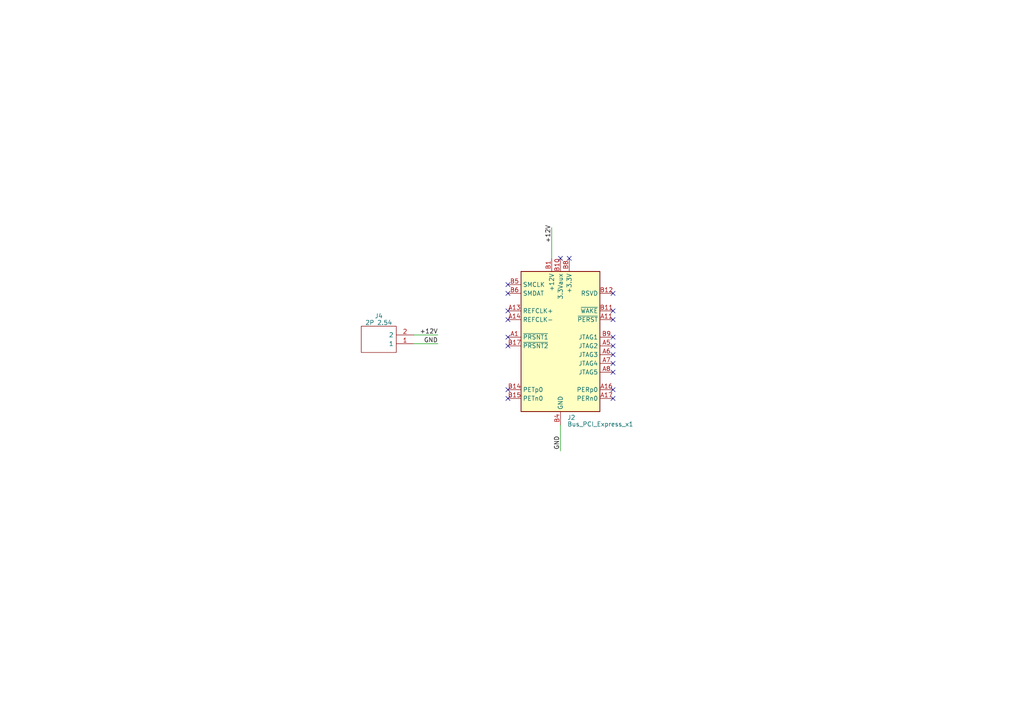
<source format=kicad_sch>
(kicad_sch (version 20230121) (generator eeschema)

  (uuid e0904bb7-cbd8-452a-833e-2efbcf63295e)

  (paper "A4")

  (title_block
    (title "PCIe.1x 12v Supply + VGA Mount")
    (date "2023-07-02")
    (rev "2")
    (company "Oro Operating System")
    (comment 1 "://oro.sh")
    (comment 2 "Joshua Lee Junon")
  )

  (lib_symbols
    (symbol "Connector:Bus_PCI_Express_x1" (in_bom yes) (on_board yes)
      (property "Reference" "J" (at -8.89 22.86 0)
        (effects (font (size 1.27 1.27)))
      )
      (property "Value" "Bus_PCI_Express_x1" (at 12.7 22.86 0)
        (effects (font (size 1.27 1.27)))
      )
      (property "Footprint" "Connector_PCBEdge:BUS_PCIexpress_x1" (at 0 -7.62 0)
        (effects (font (size 1.27 1.27)) hide)
      )
      (property "Datasheet" "http://www.ritrontek.com/uploadfile/2016/1026/20161026105231124.pdf#page=63" (at -6.35 -19.05 0)
        (effects (font (size 1.27 1.27)) hide)
      )
      (property "ki_keywords" "pcie" (at 0 0 0)
        (effects (font (size 1.27 1.27)) hide)
      )
      (property "ki_description" "PCI Express bus connector x1" (at 0 0 0)
        (effects (font (size 1.27 1.27)) hide)
      )
      (property "ki_fp_filters" "*PCIexpress*" (at 0 0 0)
        (effects (font (size 1.27 1.27)) hide)
      )
      (symbol "Bus_PCI_Express_x1_0_1"
        (rectangle (start -11.43 21.59) (end 11.43 -19.05)
          (stroke (width 0.254) (type default))
          (fill (type background))
        )
      )
      (symbol "Bus_PCI_Express_x1_1_1"
        (pin passive line (at -15.24 2.54 0) (length 3.81)
          (name "~{PRSNT1}" (effects (font (size 1.27 1.27))))
          (number "A1" (effects (font (size 1.27 1.27))))
        )
        (pin passive line (at 2.54 25.4 270) (length 3.81) hide
          (name "+3.3V" (effects (font (size 1.27 1.27))))
          (number "A10" (effects (font (size 1.27 1.27))))
        )
        (pin input line (at 15.24 7.62 180) (length 3.81)
          (name "~{PERST}" (effects (font (size 1.27 1.27))))
          (number "A11" (effects (font (size 1.27 1.27))))
        )
        (pin passive line (at 0 -22.86 90) (length 3.81) hide
          (name "GND" (effects (font (size 1.27 1.27))))
          (number "A12" (effects (font (size 1.27 1.27))))
        )
        (pin input line (at -15.24 10.16 0) (length 3.81)
          (name "REFCLK+" (effects (font (size 1.27 1.27))))
          (number "A13" (effects (font (size 1.27 1.27))))
        )
        (pin input line (at -15.24 7.62 0) (length 3.81)
          (name "REFCLK-" (effects (font (size 1.27 1.27))))
          (number "A14" (effects (font (size 1.27 1.27))))
        )
        (pin passive line (at 0 -22.86 90) (length 3.81) hide
          (name "GND" (effects (font (size 1.27 1.27))))
          (number "A15" (effects (font (size 1.27 1.27))))
        )
        (pin output line (at 15.24 -12.7 180) (length 3.81)
          (name "PERp0" (effects (font (size 1.27 1.27))))
          (number "A16" (effects (font (size 1.27 1.27))))
        )
        (pin output line (at 15.24 -15.24 180) (length 3.81)
          (name "PERn0" (effects (font (size 1.27 1.27))))
          (number "A17" (effects (font (size 1.27 1.27))))
        )
        (pin passive line (at 0 -22.86 90) (length 3.81) hide
          (name "GND" (effects (font (size 1.27 1.27))))
          (number "A18" (effects (font (size 1.27 1.27))))
        )
        (pin passive line (at -2.54 25.4 270) (length 3.81) hide
          (name "+12V" (effects (font (size 1.27 1.27))))
          (number "A2" (effects (font (size 1.27 1.27))))
        )
        (pin passive line (at -2.54 25.4 270) (length 3.81) hide
          (name "+12V" (effects (font (size 1.27 1.27))))
          (number "A3" (effects (font (size 1.27 1.27))))
        )
        (pin passive line (at 0 -22.86 90) (length 3.81) hide
          (name "GND" (effects (font (size 1.27 1.27))))
          (number "A4" (effects (font (size 1.27 1.27))))
        )
        (pin input line (at 15.24 0 180) (length 3.81)
          (name "JTAG2" (effects (font (size 1.27 1.27))))
          (number "A5" (effects (font (size 1.27 1.27))))
        )
        (pin input line (at 15.24 -2.54 180) (length 3.81)
          (name "JTAG3" (effects (font (size 1.27 1.27))))
          (number "A6" (effects (font (size 1.27 1.27))))
        )
        (pin output line (at 15.24 -5.08 180) (length 3.81)
          (name "JTAG4" (effects (font (size 1.27 1.27))))
          (number "A7" (effects (font (size 1.27 1.27))))
        )
        (pin input line (at 15.24 -7.62 180) (length 3.81)
          (name "JTAG5" (effects (font (size 1.27 1.27))))
          (number "A8" (effects (font (size 1.27 1.27))))
        )
        (pin passive line (at 2.54 25.4 270) (length 3.81) hide
          (name "+3.3V" (effects (font (size 1.27 1.27))))
          (number "A9" (effects (font (size 1.27 1.27))))
        )
        (pin power_in line (at -2.54 25.4 270) (length 3.81)
          (name "+12V" (effects (font (size 1.27 1.27))))
          (number "B1" (effects (font (size 1.27 1.27))))
        )
        (pin power_in line (at 0 25.4 270) (length 3.81)
          (name "3.3Vaux" (effects (font (size 1.27 1.27))))
          (number "B10" (effects (font (size 1.27 1.27))))
        )
        (pin open_collector line (at 15.24 10.16 180) (length 3.81)
          (name "~{WAKE}" (effects (font (size 1.27 1.27))))
          (number "B11" (effects (font (size 1.27 1.27))))
        )
        (pin passive line (at 15.24 15.24 180) (length 3.81)
          (name "RSVD" (effects (font (size 1.27 1.27))))
          (number "B12" (effects (font (size 1.27 1.27))))
        )
        (pin passive line (at 0 -22.86 90) (length 3.81) hide
          (name "GND" (effects (font (size 1.27 1.27))))
          (number "B13" (effects (font (size 1.27 1.27))))
        )
        (pin input line (at -15.24 -12.7 0) (length 3.81)
          (name "PETp0" (effects (font (size 1.27 1.27))))
          (number "B14" (effects (font (size 1.27 1.27))))
        )
        (pin input line (at -15.24 -15.24 0) (length 3.81)
          (name "PETn0" (effects (font (size 1.27 1.27))))
          (number "B15" (effects (font (size 1.27 1.27))))
        )
        (pin passive line (at 0 -22.86 90) (length 3.81) hide
          (name "GND" (effects (font (size 1.27 1.27))))
          (number "B16" (effects (font (size 1.27 1.27))))
        )
        (pin passive line (at -15.24 0 0) (length 3.81)
          (name "~{PRSNT2}" (effects (font (size 1.27 1.27))))
          (number "B17" (effects (font (size 1.27 1.27))))
        )
        (pin passive line (at 0 -22.86 90) (length 3.81) hide
          (name "GND" (effects (font (size 1.27 1.27))))
          (number "B18" (effects (font (size 1.27 1.27))))
        )
        (pin passive line (at -2.54 25.4 270) (length 3.81) hide
          (name "+12V" (effects (font (size 1.27 1.27))))
          (number "B2" (effects (font (size 1.27 1.27))))
        )
        (pin passive line (at -2.54 25.4 270) (length 3.81) hide
          (name "+12V" (effects (font (size 1.27 1.27))))
          (number "B3" (effects (font (size 1.27 1.27))))
        )
        (pin power_in line (at 0 -22.86 90) (length 3.81)
          (name "GND" (effects (font (size 1.27 1.27))))
          (number "B4" (effects (font (size 1.27 1.27))))
        )
        (pin input line (at -15.24 17.78 0) (length 3.81)
          (name "SMCLK" (effects (font (size 1.27 1.27))))
          (number "B5" (effects (font (size 1.27 1.27))))
        )
        (pin bidirectional line (at -15.24 15.24 0) (length 3.81)
          (name "SMDAT" (effects (font (size 1.27 1.27))))
          (number "B6" (effects (font (size 1.27 1.27))))
        )
        (pin passive line (at 0 -22.86 90) (length 3.81) hide
          (name "GND" (effects (font (size 1.27 1.27))))
          (number "B7" (effects (font (size 1.27 1.27))))
        )
        (pin power_in line (at 2.54 25.4 270) (length 3.81)
          (name "+3.3V" (effects (font (size 1.27 1.27))))
          (number "B8" (effects (font (size 1.27 1.27))))
        )
        (pin input line (at 15.24 2.54 180) (length 3.81)
          (name "JTAG1" (effects (font (size 1.27 1.27))))
          (number "B9" (effects (font (size 1.27 1.27))))
        )
      )
    )
    (symbol "SamacSys_Parts:10129378-902003BLF" (pin_names (offset 0.762)) (in_bom yes) (on_board yes)
      (property "Reference" "J" (at 16.51 7.62 0)
        (effects (font (size 1.27 1.27)) (justify left))
      )
      (property "Value" "10129378-902003BLF" (at 16.51 5.08 0)
        (effects (font (size 1.27 1.27)) (justify left))
      )
      (property "Footprint" "HDRV2W67P0X254_1X2_508X241X1082P" (at 16.51 2.54 0)
        (effects (font (size 1.27 1.27)) (justify left) hide)
      )
      (property "Datasheet" "https://cdn.amphenol-cs.com/media/wysiwyg/files/drawing/10129378.pdf" (at 16.51 0 0)
        (effects (font (size 1.27 1.27)) (justify left) hide)
      )
      (property "Description" "EconoStik 2.54mm, Board to Board Connector, Unshrouded Verticl Header, Through Hole, Single Row, 2 Positions, 2.54 mm (0.100in) Pitch." (at 16.51 -2.54 0)
        (effects (font (size 1.27 1.27)) (justify left) hide)
      )
      (property "Height" "10.82" (at 16.51 -5.08 0)
        (effects (font (size 1.27 1.27)) (justify left) hide)
      )
      (property "Manufacturer_Name" "Amphenol Communication Solutions" (at 16.51 -7.62 0)
        (effects (font (size 1.27 1.27)) (justify left) hide)
      )
      (property "Manufacturer_Part_Number" "10129378-902003BLF" (at 16.51 -10.16 0)
        (effects (font (size 1.27 1.27)) (justify left) hide)
      )
      (property "Mouser Part Number" "649-1012937890203BLF" (at 16.51 -12.7 0)
        (effects (font (size 1.27 1.27)) (justify left) hide)
      )
      (property "Mouser Price/Stock" "https://www.mouser.co.uk/ProductDetail/Amphenol-FCI/10129378-902003BLF?qs=0lQeLiL1qyZU%252BgRaQ8FKPg%3D%3D" (at 16.51 -15.24 0)
        (effects (font (size 1.27 1.27)) (justify left) hide)
      )
      (property "Arrow Part Number" "" (at 16.51 -17.78 0)
        (effects (font (size 1.27 1.27)) (justify left) hide)
      )
      (property "Arrow Price/Stock" "" (at 16.51 -20.32 0)
        (effects (font (size 1.27 1.27)) (justify left) hide)
      )
      (property "ki_description" "EconoStik 2.54mm, Board to Board Connector, Unshrouded Verticl Header, Through Hole, Single Row, 2 Positions, 2.54 mm (0.100in) Pitch." (at 0 0 0)
        (effects (font (size 1.27 1.27)) hide)
      )
      (symbol "10129378-902003BLF_0_0"
        (pin passive line (at 0 0 0) (length 5.08)
          (name "1" (effects (font (size 1.27 1.27))))
          (number "1" (effects (font (size 1.27 1.27))))
        )
        (pin passive line (at 0 -2.54 0) (length 5.08)
          (name "2" (effects (font (size 1.27 1.27))))
          (number "2" (effects (font (size 1.27 1.27))))
        )
      )
      (symbol "10129378-902003BLF_0_1"
        (polyline
          (pts
            (xy 5.08 2.54)
            (xy 15.24 2.54)
            (xy 15.24 -5.08)
            (xy 5.08 -5.08)
            (xy 5.08 2.54)
          )
          (stroke (width 0.1524) (type solid))
          (fill (type none))
        )
      )
    )
  )


  (no_connect (at 177.8 102.87) (uuid 1ca55dc7-e0aa-46d1-9df5-f610bad5afc8))
  (no_connect (at 177.8 85.09) (uuid 2afb8c93-8a7c-45ac-94c7-96cd0de344eb))
  (no_connect (at 177.8 105.41) (uuid 2bdb51ed-184e-45c4-892f-20ee8b64927d))
  (no_connect (at 177.8 115.57) (uuid 41a73d1c-175b-455d-84d9-3294f70582eb))
  (no_connect (at 162.56 74.93) (uuid 503705a3-c49f-42b3-bdc7-075504a18269))
  (no_connect (at 177.8 107.95) (uuid 5e8746e1-c513-412e-adbb-d3f48009cfab))
  (no_connect (at 177.8 92.71) (uuid 7430dd76-0661-4334-97d0-0d8299aafef1))
  (no_connect (at 147.32 97.79) (uuid 7833d23e-5883-4730-9fa4-6095e8601210))
  (no_connect (at 147.32 113.03) (uuid 7a25ec2d-1718-4f65-beca-155b4d3b00ad))
  (no_connect (at 147.32 92.71) (uuid 8170ee72-aa84-450a-b7d4-5e5f5c036c0a))
  (no_connect (at 177.8 113.03) (uuid 82e8106b-9f82-40f2-a421-8d7caef340a9))
  (no_connect (at 165.1 74.93) (uuid 8de3d288-565f-4b6f-b596-d9b956c81a10))
  (no_connect (at 177.8 97.79) (uuid 9ef2f58d-750e-4a4e-a05f-3848b6a305e5))
  (no_connect (at 177.8 100.33) (uuid a10de1f9-0737-4de9-a16a-e489471e809c))
  (no_connect (at 147.32 100.33) (uuid ac0366af-d2a3-4014-a07d-f61722ad87aa))
  (no_connect (at 147.32 90.17) (uuid bf3bfa2d-d5f7-4030-9a64-38b11bb068a7))
  (no_connect (at 147.32 85.09) (uuid c3d21834-ef0b-4edc-90bf-61806e98988a))
  (no_connect (at 177.8 90.17) (uuid c5413779-7c8d-4ae6-af42-bb1d47dc7a97))
  (no_connect (at 147.32 115.57) (uuid d28d214b-fdaa-4d94-a1f2-0346da4c1395))
  (no_connect (at 147.32 82.55) (uuid eee4afae-c4b7-4436-8a18-64cddab7f6d8))

  (wire (pts (xy 120.015 99.695) (xy 127 99.695))
    (stroke (width 0) (type default))
    (uuid 1f7d8f5d-a228-4473-b479-31e88b5bba3f)
  )
  (wire (pts (xy 162.56 123.19) (xy 162.56 130.81))
    (stroke (width 0) (type default))
    (uuid 5cc9432c-6446-4a1d-84fb-a4a8754a9723)
  )
  (wire (pts (xy 120.015 97.155) (xy 127 97.155))
    (stroke (width 0) (type default))
    (uuid a79c9a8d-6c54-4b11-ae2f-f4712f7f73a2)
  )
  (wire (pts (xy 160.02 66.04) (xy 160.02 74.93))
    (stroke (width 0) (type default))
    (uuid faf83673-0234-446d-8b00-8ef398e91035)
  )

  (label "GND" (at 162.56 126.365 270) (fields_autoplaced)
    (effects (font (size 1.27 1.27)) (justify right bottom))
    (uuid 5bc7fbee-6d47-4a4f-87a9-4af5c8734a9e)
  )
  (label "+12V" (at 127 97.155 180) (fields_autoplaced)
    (effects (font (size 1.27 1.27)) (justify right bottom))
    (uuid 9825d0e7-ff85-4d4d-bfc9-a442b83da410)
  )
  (label "GND" (at 127 99.695 180) (fields_autoplaced)
    (effects (font (size 1.27 1.27)) (justify right bottom))
    (uuid 98bf25c7-ad74-4524-b445-b9cc1ae4d823)
  )
  (label "+12V" (at 160.02 70.485 90) (fields_autoplaced)
    (effects (font (size 1.27 1.27)) (justify left bottom))
    (uuid c07085fb-3002-4369-81e3-c013c5a99ff1)
  )

  (symbol (lib_id "Connector:Bus_PCI_Express_x1") (at 162.56 100.33 0) (unit 1)
    (in_bom yes) (on_board yes) (dnp no) (fields_autoplaced)
    (uuid 4adc0114-5502-4a08-ba8c-7f09a2137a10)
    (property "Reference" "J2" (at 164.5159 121.1025 0)
      (effects (font (size 1.27 1.27)) (justify left))
    )
    (property "Value" "Bus_PCI_Express_x1" (at 164.5159 123.0235 0)
      (effects (font (size 1.27 1.27)) (justify left))
    )
    (property "Footprint" "Connector_PCBEdge:BUS_PCIexpress_x1" (at 162.56 107.95 0)
      (effects (font (size 1.27 1.27)) hide)
    )
    (property "Datasheet" "http://www.ritrontek.com/uploadfile/2016/1026/20161026105231124.pdf#page=63" (at 156.21 119.38 0)
      (effects (font (size 1.27 1.27)) hide)
    )
    (pin "A1" (uuid f63ccce4-b969-4d62-89ec-83c9a25dba3e))
    (pin "A10" (uuid ece06ea3-3c31-4671-ab45-8c856d08fced))
    (pin "A11" (uuid 7b32e94c-4d46-4423-8d29-4fe1eee06fdf))
    (pin "A12" (uuid 7b8e6c82-4e7f-472e-9c15-fe5ee22c2364))
    (pin "A13" (uuid 6c906aa8-858b-4695-9778-dcb4f89cd00f))
    (pin "A14" (uuid ad9330a8-06ea-49b2-a059-b49b3a57efa4))
    (pin "A15" (uuid 606cdb58-5812-4fbb-aa3f-caf736f975af))
    (pin "A16" (uuid a1f5f325-3f84-4485-8eb7-1f9c2d4430e0))
    (pin "A17" (uuid cacc4eff-6d0e-4c3f-a7b2-f2e0bbe85e03))
    (pin "A18" (uuid 2ecead10-0651-444b-93fc-6486b38e92d6))
    (pin "A2" (uuid e5b80c88-4498-4e2b-b71e-0bec54a88b5f))
    (pin "A3" (uuid 3f647bad-2e6f-45d1-98b4-a9f209f00245))
    (pin "A4" (uuid d98875cc-9967-4f81-ba62-1be910d6f9e3))
    (pin "A5" (uuid 00d7ea5d-d01b-4b3d-8aa6-c2c25b492466))
    (pin "A6" (uuid 52e1cee7-089f-4459-aadc-3843d1f7635f))
    (pin "A7" (uuid 206010d7-546b-4550-8267-de1a61978f72))
    (pin "A8" (uuid 10fd4ebb-3f5a-4ccd-a07a-979b146bef5a))
    (pin "A9" (uuid 86385ac6-4f7f-4d9c-b142-1058492a92fd))
    (pin "B1" (uuid d63b4e6b-88af-4c91-9a94-a4751e30355f))
    (pin "B10" (uuid 01ff8935-75ee-4692-bff4-50cb31ac8edd))
    (pin "B11" (uuid 1abeb69a-2147-4e1c-afe4-506ce923ab21))
    (pin "B12" (uuid 2eb02510-d5de-4495-9684-132f72734dd3))
    (pin "B13" (uuid eb9e19aa-6a4d-4552-90b7-82a12a9bc789))
    (pin "B14" (uuid e26e020f-4f5d-4003-8af0-8081bae1e2b8))
    (pin "B15" (uuid 0909e2b0-7774-49f0-a477-833b9d2e0850))
    (pin "B16" (uuid ee0aa7b3-e794-4da4-ba07-d74e4c125ade))
    (pin "B17" (uuid 8b939327-9f2a-4cc3-84c3-1f3af165efa5))
    (pin "B18" (uuid e840c7ee-6492-4502-8c89-925a1da9ec11))
    (pin "B2" (uuid ecc470f1-7f11-4a08-9134-a976577732fe))
    (pin "B3" (uuid 8fea4337-d24f-4c61-b1e0-7ae620f42a82))
    (pin "B4" (uuid b0fedfa7-814d-4de2-9fac-eb74dbb20e61))
    (pin "B5" (uuid 38092912-fd9e-4434-aad1-ad96d707a31d))
    (pin "B6" (uuid 582287d7-992b-404c-bfc9-d91bf7932887))
    (pin "B7" (uuid 85764cf9-b986-46f8-bd33-8a30fad0c100))
    (pin "B8" (uuid 356d9ade-204b-4d6e-bb68-43b32d442d2c))
    (pin "B9" (uuid aa230d50-d7c9-40a5-bb45-6f4509fc19af))
    (instances
      (project "VGADisplayCard"
        (path "/e0904bb7-cbd8-452a-833e-2efbcf63295e"
          (reference "J2") (unit 1)
        )
      )
    )
  )

  (symbol (lib_id "SamacSys_Parts:10129378-902003BLF") (at 120.015 99.695 180) (unit 1)
    (in_bom yes) (on_board yes) (dnp no) (fields_autoplaced)
    (uuid fc027f41-137a-41e7-ab2c-ca68de4351fe)
    (property "Reference" "J4" (at 109.855 91.6559 0)
      (effects (font (size 1.27 1.27)))
    )
    (property "Value" "2P 2.54" (at 109.855 93.5769 0)
      (effects (font (size 1.27 1.27)))
    )
    (property "Footprint" "HDRV2W67P0X254_1X2_508X241X1082P" (at 103.505 102.235 0)
      (effects (font (size 1.27 1.27)) (justify left) hide)
    )
    (property "Datasheet" "https://cdn.amphenol-cs.com/media/wysiwyg/files/drawing/10129378.pdf" (at 103.505 99.695 0)
      (effects (font (size 1.27 1.27)) (justify left) hide)
    )
    (property "Description" "EconoStik 2.54mm, Board to Board Connector, Unshrouded Verticl Header, Through Hole, Single Row, 2 Positions, 2.54 mm (0.100in) Pitch." (at 103.505 97.155 0)
      (effects (font (size 1.27 1.27)) (justify left) hide)
    )
    (property "Height" "10.82" (at 103.505 94.615 0)
      (effects (font (size 1.27 1.27)) (justify left) hide)
    )
    (property "Manufacturer_Name" "Amphenol Communication Solutions" (at 103.505 92.075 0)
      (effects (font (size 1.27 1.27)) (justify left) hide)
    )
    (property "Manufacturer_Part_Number" "10129378-902003BLF" (at 103.505 89.535 0)
      (effects (font (size 1.27 1.27)) (justify left) hide)
    )
    (property "Mouser Part Number" "649-1012937890203BLF" (at 103.505 86.995 0)
      (effects (font (size 1.27 1.27)) (justify left) hide)
    )
    (property "Mouser Price/Stock" "https://www.mouser.co.uk/ProductDetail/Amphenol-FCI/10129378-902003BLF?qs=0lQeLiL1qyZU%252BgRaQ8FKPg%3D%3D" (at 103.505 84.455 0)
      (effects (font (size 1.27 1.27)) (justify left) hide)
    )
    (property "Arrow Part Number" "" (at 103.505 81.915 0)
      (effects (font (size 1.27 1.27)) (justify left) hide)
    )
    (property "Arrow Price/Stock" "" (at 103.505 79.375 0)
      (effects (font (size 1.27 1.27)) (justify left) hide)
    )
    (pin "1" (uuid 4d7a2a69-4aa4-4bc2-93f3-00ae8f1a64ea))
    (pin "2" (uuid 27424f68-16e4-4706-a778-8725ba726030))
    (instances
      (project "VGADisplayCard"
        (path "/e0904bb7-cbd8-452a-833e-2efbcf63295e"
          (reference "J4") (unit 1)
        )
      )
      (project "OroLink"
        (path "/e89dcd22-1250-4a5b-b778-1c95a0dd623d/259c9346-7ad9-40c3-9e14-9b19afc78ddf"
          (reference "J9") (unit 1)
        )
      )
    )
  )

  (sheet_instances
    (path "/" (page "1"))
  )
)

</source>
